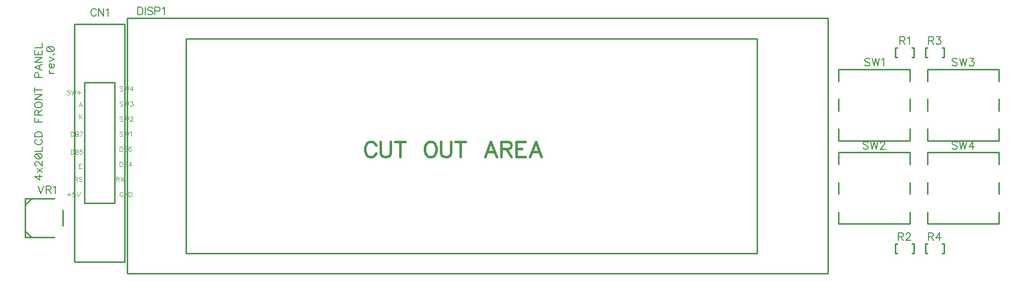
<source format=gto>
G04 DipTrace 3.0.0.2*
G04 FrontPanel(LCD4x20).GTO*
%MOMM*%
G04 #@! TF.FileFunction,Legend,Top*
G04 #@! TF.Part,Single*
%ADD10C,0.25*%
%ADD36C,0.19608*%
%ADD37C,0.39216*%
%ADD38C,0.11765*%
%FSLAX35Y35*%
G04*
G71*
G90*
G75*
G01*
G04 TopSilk*
%LPD*%
X902000Y-488872D2*
D10*
X1752000D1*
Y-4489128D1*
X902000D1*
Y-488872D1*
X1073020Y-1473128D2*
X1580980D1*
Y-3504872D1*
X1073020D1*
Y-1473128D1*
X1796000Y-388000D2*
X13596000D1*
Y-4688000D1*
X1796000D1*
Y-388000D1*
X2786020Y-728130D2*
X12406560D1*
Y-4347870D1*
X2786020D1*
Y-728130D1*
X15048137Y-1048000D2*
Y-888000D1*
X14728157Y-1048000D2*
Y-888000D1*
X15048137Y-1048000D2*
X15008139D1*
X14768122D2*
X14728157D1*
X14768122Y-888000D2*
X14728157D1*
X15048137D2*
X15008139D1*
X15048137Y-4350000D2*
Y-4190000D1*
X14728157Y-4350000D2*
Y-4190000D1*
X15048137Y-4350000D2*
X15008139D1*
X14768122D2*
X14728157D1*
X14768122Y-4190000D2*
X14728157D1*
X15048137D2*
X15008139D1*
X15556137Y-1048000D2*
Y-888000D1*
X15236157Y-1048000D2*
Y-888000D1*
X15556137Y-1048000D2*
X15516139D1*
X15276122D2*
X15236157D1*
X15276122Y-888000D2*
X15236157D1*
X15556137D2*
X15516139D1*
X15556137Y-4350000D2*
Y-4190000D1*
X15236157Y-4350000D2*
Y-4190000D1*
X15556137Y-4350000D2*
X15516139D1*
X15276122D2*
X15236157D1*
X15276122Y-4190000D2*
X15236157D1*
X15556137D2*
X15516139D1*
X13774990Y-2450000D2*
X14975010D1*
Y-1250000D2*
X13774990D1*
Y-2249960D2*
Y-2450000D1*
Y-1450040D2*
Y-1250000D1*
X14975010Y-2249960D2*
Y-2450000D1*
Y-1250000D2*
Y-1450040D1*
Y-1949960D2*
Y-1750040D1*
X13774990Y-1949960D2*
Y-1750040D1*
Y-3850000D2*
X14975010D1*
Y-2650000D2*
X13774990D1*
Y-3649960D2*
Y-3850000D1*
Y-2850040D2*
Y-2650000D1*
X14975010Y-3649960D2*
Y-3850000D1*
Y-2650000D2*
Y-2850040D1*
Y-3349960D2*
Y-3150040D1*
X13774990Y-3349960D2*
Y-3150040D1*
X15274990Y-2450000D2*
X16475010D1*
Y-1250000D2*
X15274990D1*
Y-2249960D2*
Y-2450000D1*
Y-1450040D2*
Y-1250000D1*
X16475010Y-2249960D2*
Y-2450000D1*
Y-1250000D2*
Y-1450040D1*
Y-1949960D2*
Y-1750040D1*
X15274990Y-1949960D2*
Y-1750040D1*
Y-3850000D2*
X16475010D1*
Y-2650000D2*
X15274990D1*
Y-3649960D2*
Y-3850000D1*
Y-2850040D2*
Y-2650000D1*
X16475010Y-3649960D2*
Y-3850000D1*
Y-2650000D2*
Y-2850040D1*
Y-3349960D2*
Y-3150040D1*
X15274990Y-3349960D2*
Y-3150040D1*
X75000Y-3424990D2*
X562490D1*
X75000D2*
Y-4075010D1*
X562490D1*
X712493Y-3879990D2*
Y-3620010D1*
X75000Y-3977500D2*
X187520Y-4075010D1*
X75000Y-3522500D2*
X187520Y-3424990D1*
X1275571Y-253336D2*
D36*
X1269534Y-241263D1*
X1257321Y-229050D1*
X1245248Y-223013D1*
X1220961D1*
X1208748Y-229050D1*
X1196675Y-241263D1*
X1190498Y-253336D1*
X1184461Y-271586D1*
Y-302050D1*
X1190498Y-320160D1*
X1196675Y-332373D1*
X1208748Y-344446D1*
X1220961Y-350623D1*
X1245248D1*
X1257321Y-344446D1*
X1269534Y-332373D1*
X1275571Y-320160D1*
X1399860Y-223013D2*
Y-350623D1*
X1314787Y-223013D1*
Y-350623D1*
X1439075Y-247440D2*
X1451289Y-241263D1*
X1469539Y-223154D1*
Y-350623D1*
X1974727Y-202013D2*
Y-329623D1*
X2017264D1*
X2035514Y-323446D1*
X2047727Y-311373D1*
X2053764Y-299160D1*
X2059800Y-281050D1*
Y-250586D1*
X2053764Y-232336D1*
X2047727Y-220263D1*
X2035514Y-208050D1*
X2017264Y-202013D1*
X1974727D1*
X2099016D2*
Y-329623D1*
X2223305Y-220263D2*
X2211232Y-208050D1*
X2192982Y-202013D1*
X2168695D1*
X2150445Y-208050D1*
X2138232Y-220263D1*
Y-232336D1*
X2144409Y-244550D1*
X2150445Y-250586D1*
X2162518Y-256623D1*
X2199018Y-268836D1*
X2211232Y-274873D1*
X2217268Y-281050D1*
X2223305Y-293123D1*
Y-311373D1*
X2211232Y-323446D1*
X2192982Y-329623D1*
X2168695D1*
X2150445Y-323446D1*
X2138232Y-311373D1*
X2262520Y-268836D2*
X2317270D1*
X2335380Y-262800D1*
X2341557Y-256623D1*
X2347594Y-244550D1*
Y-226300D1*
X2341557Y-214227D1*
X2335380Y-208050D1*
X2317270Y-202013D1*
X2262520D1*
Y-329623D1*
X2386809Y-226440D2*
X2399023Y-220263D1*
X2417273Y-202154D1*
Y-329623D1*
X14810771Y-762800D2*
X14865380D1*
X14883630Y-756623D1*
X14889807Y-750586D1*
X14895844Y-738513D1*
Y-726300D1*
X14889807Y-714227D1*
X14883630Y-708050D1*
X14865380Y-702013D1*
X14810771D1*
Y-829623D1*
X14853307Y-762800D2*
X14895844Y-829623D1*
X14935059Y-726440D2*
X14947273Y-720263D1*
X14965523Y-702154D1*
Y-829623D1*
X14783466Y-4064800D2*
X14838075D1*
X14856325Y-4058623D1*
X14862502Y-4052586D1*
X14868539Y-4040513D1*
Y-4028300D1*
X14862502Y-4016227D1*
X14856325Y-4010050D1*
X14838075Y-4004013D1*
X14783466D1*
Y-4131623D1*
X14826002Y-4064800D2*
X14868539Y-4131623D1*
X14913931Y-4034477D2*
Y-4028440D1*
X14919968Y-4016227D1*
X14926005Y-4010190D1*
X14938218Y-4004154D1*
X14962505D1*
X14974578Y-4010190D1*
X14980614Y-4016227D1*
X14986791Y-4028440D1*
Y-4040513D1*
X14980614Y-4052727D1*
X14968541Y-4070836D1*
X14907755Y-4131623D1*
X14992828D1*
X15291466Y-762800D2*
X15346075D1*
X15364325Y-756623D1*
X15370502Y-750586D1*
X15376539Y-738513D1*
Y-726300D1*
X15370502Y-714227D1*
X15364325Y-708050D1*
X15346075Y-702013D1*
X15291466D1*
Y-829623D1*
X15334002Y-762800D2*
X15376539Y-829623D1*
X15427968Y-702154D2*
X15494651D1*
X15458291Y-750727D1*
X15476541D1*
X15488614Y-756763D1*
X15494651Y-762800D1*
X15500828Y-781050D1*
Y-793123D1*
X15494651Y-811373D1*
X15482578Y-823586D1*
X15464328Y-829623D1*
X15446078D1*
X15427968Y-823586D1*
X15421931Y-817410D1*
X15415755Y-805336D1*
X15288447Y-4064800D2*
X15343057D1*
X15361307Y-4058623D1*
X15367484Y-4052586D1*
X15373521Y-4040513D1*
Y-4028300D1*
X15367484Y-4016227D1*
X15361307Y-4010050D1*
X15343057Y-4004013D1*
X15288447D1*
Y-4131623D1*
X15330984Y-4064800D2*
X15373521Y-4131623D1*
X15473523D2*
Y-4004154D1*
X15412736Y-4089086D1*
X15503846D1*
X14302303Y-1082263D2*
X14290230Y-1070050D1*
X14271980Y-1064013D1*
X14247693D1*
X14229443Y-1070050D1*
X14217230Y-1082263D1*
Y-1094336D1*
X14223406Y-1106550D1*
X14229443Y-1112586D1*
X14241516Y-1118623D1*
X14278016Y-1130836D1*
X14290230Y-1136873D1*
X14296266Y-1143050D1*
X14302303Y-1155123D1*
Y-1173373D1*
X14290230Y-1185446D1*
X14271980Y-1191623D1*
X14247693D1*
X14229443Y-1185446D1*
X14217230Y-1173373D1*
X14341518Y-1064013D2*
X14371982Y-1191623D1*
X14402305Y-1064013D1*
X14432628Y-1191623D1*
X14463091Y-1064013D1*
X14502307Y-1088440D2*
X14514520Y-1082263D1*
X14532770Y-1064154D1*
Y-1191623D1*
X14274998Y-2482263D2*
X14262925Y-2470050D1*
X14244675Y-2464013D1*
X14220388D1*
X14202138Y-2470050D1*
X14189925Y-2482263D1*
Y-2494336D1*
X14196102Y-2506550D1*
X14202138Y-2512586D1*
X14214211Y-2518623D1*
X14250711Y-2530836D1*
X14262925Y-2536873D1*
X14268961Y-2543050D1*
X14274998Y-2555123D1*
Y-2573373D1*
X14262925Y-2585446D1*
X14244675Y-2591623D1*
X14220388D1*
X14202138Y-2585446D1*
X14189925Y-2573373D1*
X14314213Y-2464013D2*
X14344677Y-2591623D1*
X14375000Y-2464013D1*
X14405323Y-2591623D1*
X14435787Y-2464013D1*
X14481179Y-2494477D2*
Y-2488440D1*
X14487216Y-2476227D1*
X14493252Y-2470190D1*
X14505466Y-2464154D1*
X14529752D1*
X14541825Y-2470190D1*
X14547862Y-2476227D1*
X14554039Y-2488440D1*
Y-2500513D1*
X14547862Y-2512727D1*
X14535789Y-2530836D1*
X14475002Y-2591623D1*
X14560075D1*
X15774998Y-1082263D2*
X15762925Y-1070050D1*
X15744675Y-1064013D1*
X15720388D1*
X15702138Y-1070050D1*
X15689925Y-1082263D1*
Y-1094336D1*
X15696102Y-1106550D1*
X15702138Y-1112586D1*
X15714211Y-1118623D1*
X15750711Y-1130836D1*
X15762925Y-1136873D1*
X15768961Y-1143050D1*
X15774998Y-1155123D1*
Y-1173373D1*
X15762925Y-1185446D1*
X15744675Y-1191623D1*
X15720388D1*
X15702138Y-1185446D1*
X15689925Y-1173373D1*
X15814213Y-1064013D2*
X15844677Y-1191623D1*
X15875000Y-1064013D1*
X15905323Y-1191623D1*
X15935787Y-1064013D1*
X15987216Y-1064154D2*
X16053898D1*
X16017539Y-1112727D1*
X16035789D1*
X16047862Y-1118763D1*
X16053898Y-1124800D1*
X16060075Y-1143050D1*
Y-1155123D1*
X16053898Y-1173373D1*
X16041825Y-1185586D1*
X16023575Y-1191623D1*
X16005325D1*
X15987216Y-1185586D1*
X15981179Y-1179410D1*
X15975002Y-1167336D1*
X15771980Y-2482263D2*
X15759906Y-2470050D1*
X15741656Y-2464013D1*
X15717370D1*
X15699120Y-2470050D1*
X15686906Y-2482263D1*
Y-2494336D1*
X15693083Y-2506550D1*
X15699120Y-2512586D1*
X15711193Y-2518623D1*
X15747693Y-2530836D1*
X15759906Y-2536873D1*
X15765943Y-2543050D1*
X15771980Y-2555123D1*
Y-2573373D1*
X15759906Y-2585446D1*
X15741656Y-2591623D1*
X15717370D1*
X15699120Y-2585446D1*
X15686906Y-2573373D1*
X15811195Y-2464013D2*
X15841659Y-2591623D1*
X15871982Y-2464013D1*
X15902305Y-2591623D1*
X15932768Y-2464013D1*
X16032770Y-2591623D2*
Y-2464154D1*
X15971984Y-2549086D1*
X16063094D1*
X291943Y-3214013D2*
X340516Y-3341623D1*
X389089Y-3214013D1*
X428305Y-3274800D2*
X482914D1*
X501164Y-3268623D1*
X507341Y-3262586D1*
X513378Y-3250513D1*
Y-3238300D1*
X507341Y-3226227D1*
X501164Y-3220050D1*
X482914Y-3214013D1*
X428305D1*
Y-3341623D1*
X470841Y-3274800D2*
X513378Y-3341623D1*
X552594Y-3238440D2*
X564807Y-3232263D1*
X583057Y-3214154D1*
Y-3341623D1*
X364722Y-3052509D2*
X237252D1*
X322185Y-3113296D1*
Y-3022186D1*
X279648Y-2982971D2*
X364721Y-2916148D1*
X279648D2*
X364721Y-2982971D1*
X267575Y-2870755D2*
X261539D1*
X249325Y-2864718D1*
X243289Y-2858682D1*
X237252Y-2846468D1*
Y-2822182D1*
X243289Y-2810109D1*
X249325Y-2804072D1*
X261539Y-2797895D1*
X273612D1*
X285825Y-2804072D1*
X303935Y-2816145D1*
X364721Y-2876932D1*
Y-2791859D1*
X237252Y-2716143D2*
X243289Y-2734393D1*
X261539Y-2746607D1*
X291862Y-2752643D1*
X310112D1*
X340435Y-2746607D1*
X358685Y-2734393D1*
X364721Y-2716143D1*
Y-2704070D1*
X358685Y-2685820D1*
X340435Y-2673747D1*
X310112Y-2667570D1*
X291862D1*
X261539Y-2673747D1*
X243289Y-2685820D1*
X237252Y-2704070D1*
Y-2716143D1*
X261539Y-2673747D2*
X340435Y-2746607D1*
X237112Y-2628354D2*
X364721D1*
Y-2555495D1*
X267435Y-2425170D2*
X255362Y-2431206D1*
X243148Y-2443420D1*
X237112Y-2455493D1*
Y-2479779D1*
X243148Y-2491993D1*
X255362Y-2504066D1*
X267435Y-2510243D1*
X285685Y-2516279D1*
X316148D1*
X334258Y-2510243D1*
X346471Y-2504066D1*
X358544Y-2491993D1*
X364721Y-2479779D1*
Y-2455493D1*
X358544Y-2443420D1*
X346471Y-2431206D1*
X334258Y-2425170D1*
X237112Y-2385954D2*
X364721D1*
Y-2343417D1*
X358544Y-2325167D1*
X346471Y-2312954D1*
X334258Y-2306917D1*
X316148Y-2300881D1*
X285685D1*
X267435Y-2306917D1*
X255362Y-2312954D1*
X243148Y-2325167D1*
X237112Y-2343417D1*
Y-2385954D1*
Y-2059182D2*
Y-2138219D1*
X364721D1*
X297898D2*
Y-2089646D1*
Y-2019966D2*
Y-1965357D1*
X291721Y-1947107D1*
X285685Y-1940930D1*
X273612Y-1934893D1*
X261398D1*
X249325Y-1940930D1*
X243148Y-1947107D1*
X237112Y-1965357D1*
Y-2019966D1*
X364721D1*
X297898Y-1977430D2*
X364721Y-1934893D1*
X237112Y-1859178D2*
X243148Y-1871391D1*
X255362Y-1883464D1*
X267435Y-1889641D1*
X285685Y-1895678D1*
X316148D1*
X334258Y-1889641D1*
X346471Y-1883464D1*
X358544Y-1871391D1*
X364721Y-1859178D1*
Y-1834891D1*
X358544Y-1822818D1*
X346471Y-1810605D1*
X334258Y-1804568D1*
X316148Y-1798532D1*
X285685D1*
X267435Y-1804568D1*
X255362Y-1810605D1*
X243148Y-1822818D1*
X237112Y-1834891D1*
Y-1859178D1*
Y-1674243D2*
X364721D1*
X237112Y-1759316D1*
X364721D1*
X237112Y-1592491D2*
X364721D1*
X237112Y-1635027D2*
Y-1549954D1*
X303935Y-1387292D2*
Y-1332542D1*
X297898Y-1314432D1*
X291721Y-1308255D1*
X279648Y-1302219D1*
X261398D1*
X249325Y-1308255D1*
X243148Y-1314432D1*
X237112Y-1332542D1*
Y-1387292D1*
X364721D1*
Y-1165717D2*
X237112Y-1214430D1*
X364721Y-1263003D1*
X322185Y-1244753D2*
Y-1183967D1*
X237112Y-1041428D2*
X364721D1*
X237112Y-1126501D1*
X364721D1*
X237112Y-923316D2*
Y-1002212D1*
X364721D1*
Y-923316D1*
X297898Y-1002212D2*
Y-953639D1*
X237112Y-884100D2*
X364721D1*
Y-811241D1*
X479648Y-1313296D2*
X564721D1*
X516148D2*
X497898Y-1307119D1*
X485685Y-1295046D1*
X479648Y-1282832D1*
Y-1264582D1*
X516148Y-1225367D2*
Y-1152507D1*
X503935D1*
X491722Y-1158544D1*
X485685Y-1164580D1*
X479648Y-1176794D1*
Y-1195044D1*
X485685Y-1207117D1*
X497898Y-1219330D1*
X516148Y-1225367D1*
X528222D1*
X546472Y-1219330D1*
X558545Y-1207117D1*
X564721Y-1195044D1*
Y-1176794D1*
X558545Y-1164580D1*
X546471Y-1152507D1*
X479648Y-1113292D2*
X564721Y-1076792D1*
X479648Y-1040432D1*
X552508Y-995180D2*
X558685Y-1001216D1*
X564721Y-995180D1*
X558685Y-989003D1*
X552508Y-995180D1*
X437252Y-913287D2*
X443289Y-931537D1*
X461539Y-943751D1*
X491862Y-949787D1*
X510112D1*
X540435Y-943751D1*
X558685Y-931537D1*
X564721Y-913287D1*
Y-901214D1*
X558685Y-882964D1*
X540435Y-870891D1*
X510112Y-864714D1*
X491862D1*
X461539Y-870891D1*
X443289Y-882964D1*
X437252Y-901214D1*
Y-913287D1*
X461539Y-870891D2*
X540435Y-943751D1*
X5982220Y-2527190D2*
D37*
X5970147Y-2503043D1*
X5945720Y-2478617D1*
X5921574Y-2466543D1*
X5873001D1*
X5848574Y-2478617D1*
X5824428Y-2503043D1*
X5812074Y-2527190D1*
X5800001Y-2563690D1*
Y-2624617D1*
X5812074Y-2660836D1*
X5824428Y-2685263D1*
X5848574Y-2709409D1*
X5873001Y-2721763D1*
X5921574D1*
X5945720Y-2709409D1*
X5970147Y-2685263D1*
X5982220Y-2660836D1*
X6060652Y-2466543D2*
Y-2648763D1*
X6072725Y-2685263D1*
X6097152Y-2709409D1*
X6133652Y-2721763D1*
X6157798D1*
X6194298Y-2709409D1*
X6218725Y-2685263D1*
X6230798Y-2648763D1*
Y-2466543D1*
X6394302D2*
Y-2721763D1*
X6309229Y-2466543D2*
X6479375D1*
X6877700D2*
X6853273Y-2478617D1*
X6829127Y-2503043D1*
X6816773Y-2527190D1*
X6804700Y-2563690D1*
Y-2624617D1*
X6816773Y-2660836D1*
X6829127Y-2685263D1*
X6853273Y-2709409D1*
X6877700Y-2721763D1*
X6926273D1*
X6950419Y-2709409D1*
X6974846Y-2685263D1*
X6986919Y-2660836D1*
X6998992Y-2624617D1*
Y-2563690D1*
X6986919Y-2527190D1*
X6974846Y-2503043D1*
X6950419Y-2478617D1*
X6926273Y-2466543D1*
X6877700D1*
X7077423D2*
Y-2648763D1*
X7089497Y-2685263D1*
X7113923Y-2709409D1*
X7150423Y-2721763D1*
X7174570D1*
X7211070Y-2709409D1*
X7235497Y-2685263D1*
X7247570Y-2648763D1*
Y-2466543D1*
X7411074D2*
Y-2721763D1*
X7326001Y-2466543D2*
X7496147D1*
X8016044Y-2721763D2*
X7918618Y-2466543D1*
X7821471Y-2721763D1*
X7857971Y-2636690D2*
X7979544D1*
X8094476Y-2588117D2*
X8203695D1*
X8240195Y-2575763D1*
X8252549Y-2563690D1*
X8264622Y-2539543D1*
Y-2515117D1*
X8252549Y-2490970D1*
X8240195Y-2478617D1*
X8203695Y-2466543D1*
X8094476D1*
Y-2721763D1*
X8179549Y-2588117D2*
X8264622Y-2721763D1*
X8500846Y-2466543D2*
X8343053D1*
Y-2721763D1*
X8500846D1*
X8343053Y-2588117D2*
X8440200D1*
X8773850Y-2721763D2*
X8676423Y-2466543D1*
X8579277Y-2721763D1*
X8615777Y-2636690D2*
X8737350D1*
X5982220Y-2527190D2*
X5970147Y-2503043D1*
X5945720Y-2478617D1*
X5921574Y-2466543D1*
X5873001D1*
X5848574Y-2478617D1*
X5824428Y-2503043D1*
X5812074Y-2527190D1*
X5800001Y-2563690D1*
Y-2624617D1*
X5812074Y-2660836D1*
X5824428Y-2685263D1*
X5848574Y-2709409D1*
X5873001Y-2721763D1*
X5921574D1*
X5945720Y-2709409D1*
X5970147Y-2685263D1*
X5982220Y-2660836D1*
X6060652Y-2466543D2*
Y-2648763D1*
X6072725Y-2685263D1*
X6097152Y-2709409D1*
X6133652Y-2721763D1*
X6157798D1*
X6194298Y-2709409D1*
X6218725Y-2685263D1*
X6230798Y-2648763D1*
Y-2466543D1*
X6394302D2*
Y-2721763D1*
X6309229Y-2466543D2*
X6479375D1*
X6877700D2*
X6853273Y-2478617D1*
X6829127Y-2503043D1*
X6816773Y-2527190D1*
X6804700Y-2563690D1*
Y-2624617D1*
X6816773Y-2660836D1*
X6829127Y-2685263D1*
X6853273Y-2709409D1*
X6877700Y-2721763D1*
X6926273D1*
X6950419Y-2709409D1*
X6974846Y-2685263D1*
X6986919Y-2660836D1*
X6998992Y-2624617D1*
Y-2563690D1*
X6986919Y-2527190D1*
X6974846Y-2503043D1*
X6950419Y-2478617D1*
X6926273Y-2466543D1*
X6877700D1*
X7077423D2*
Y-2648763D1*
X7089497Y-2685263D1*
X7113923Y-2709409D1*
X7150423Y-2721763D1*
X7174570D1*
X7211070Y-2709409D1*
X7235497Y-2685263D1*
X7247570Y-2648763D1*
Y-2466543D1*
X7411074D2*
Y-2721763D1*
X7326001Y-2466543D2*
X7496147D1*
X8016044Y-2721763D2*
X7918618Y-2466543D1*
X7821471Y-2721763D1*
X7857971Y-2636690D2*
X7979544D1*
X8094476Y-2588117D2*
X8203695D1*
X8240195Y-2575763D1*
X8252549Y-2563690D1*
X8264622Y-2539543D1*
Y-2515117D1*
X8252549Y-2490970D1*
X8240195Y-2478617D1*
X8203695Y-2466543D1*
X8094476D1*
Y-2721763D1*
X8179549Y-2588117D2*
X8264622Y-2721763D1*
X8500846Y-2466543D2*
X8343053D1*
Y-2721763D1*
X8500846D1*
X8343053Y-2588117D2*
X8440200D1*
X8773850Y-2721763D2*
X8676423Y-2466543D1*
X8579277Y-2721763D1*
X8615777Y-2636690D2*
X8737350D1*
X831400Y-1611268D2*
D38*
X824156Y-1603940D1*
X813206Y-1600318D1*
X798634D1*
X787684Y-1603940D1*
X780356Y-1611268D1*
Y-1618512D1*
X784062Y-1625840D1*
X787684Y-1629462D1*
X794928Y-1633084D1*
X816828Y-1640412D1*
X824156Y-1644034D1*
X827778Y-1647740D1*
X831400Y-1654984D1*
Y-1665934D1*
X824156Y-1673178D1*
X813206Y-1676884D1*
X798634D1*
X787684Y-1673178D1*
X780356Y-1665934D1*
X854929Y-1600318D2*
X873207Y-1676884D1*
X891401Y-1600318D1*
X909595Y-1676884D1*
X927873Y-1600318D1*
X984168Y-1605835D2*
Y-1671451D1*
X951402Y-1638685D2*
X1017018D1*
X1038728Y-1876884D2*
X1009500Y-1800318D1*
X980356Y-1876884D1*
X991306Y-1851362D2*
X1027778D1*
X980356Y-2000318D2*
Y-2076884D1*
X1031400Y-2000318D2*
X980356Y-2051362D1*
X998550Y-2033084D2*
X1031400Y-2076884D1*
X843856Y-2300318D2*
Y-2376884D1*
X869378D1*
X880328Y-2373178D1*
X887656Y-2365934D1*
X891278Y-2358606D1*
X894900Y-2347740D1*
Y-2329462D1*
X891278Y-2318512D1*
X887656Y-2311268D1*
X880328Y-2303940D1*
X869378Y-2300318D1*
X843856D1*
X918429D2*
Y-2376884D1*
X951279D1*
X962229Y-2373178D1*
X965851Y-2369556D1*
X969473Y-2362312D1*
Y-2351362D1*
X965851Y-2344034D1*
X962229Y-2340412D1*
X951279Y-2336790D1*
X962229Y-2333084D1*
X965851Y-2329462D1*
X969473Y-2322218D1*
Y-2314890D1*
X965851Y-2307646D1*
X962229Y-2303940D1*
X951279Y-2300318D1*
X918429D1*
Y-2336790D2*
X951279D1*
X1007574Y-2376884D2*
X1044046Y-2300403D1*
X993002D1*
X843856Y-2600318D2*
Y-2676884D1*
X869378D1*
X880328Y-2673178D1*
X887656Y-2665934D1*
X891278Y-2658606D1*
X894900Y-2647740D1*
Y-2629462D1*
X891278Y-2618512D1*
X887656Y-2611268D1*
X880328Y-2603940D1*
X869378Y-2600318D1*
X843856D1*
X918429D2*
Y-2676884D1*
X951279D1*
X962229Y-2673178D1*
X965851Y-2669556D1*
X969473Y-2662312D1*
Y-2651362D1*
X965851Y-2644034D1*
X962229Y-2640412D1*
X951279Y-2636790D1*
X962229Y-2633084D1*
X965851Y-2629462D1*
X969473Y-2622218D1*
Y-2614890D1*
X965851Y-2607646D1*
X962229Y-2603940D1*
X951279Y-2600318D1*
X918429D1*
Y-2636790D2*
X951279D1*
X1036718Y-2600403D2*
X1000330D1*
X996708Y-2633168D1*
X1000330Y-2629546D1*
X1011280Y-2625840D1*
X1022146D1*
X1033096Y-2629546D1*
X1040424Y-2636790D1*
X1044046Y-2647740D1*
Y-2654984D1*
X1040424Y-2665934D1*
X1033096Y-2673262D1*
X1022146Y-2676884D1*
X1011280D1*
X1000330Y-2673262D1*
X996708Y-2669556D1*
X993002Y-2662312D1*
X1027693Y-2836818D2*
X980356D1*
Y-2913384D1*
X1027693D1*
X980356Y-2873290D2*
X1009500D1*
X907356Y-3098790D2*
X940121D1*
X951071Y-3095084D1*
X954778Y-3091462D1*
X958400Y-3084218D1*
Y-3076890D1*
X954778Y-3069646D1*
X951071Y-3065940D1*
X940121Y-3062318D1*
X907356D1*
Y-3138884D1*
X932878Y-3098790D2*
X958400Y-3138884D1*
X1032973Y-3073268D2*
X1025729Y-3065940D1*
X1014779Y-3062318D1*
X1000207D1*
X989257Y-3065940D1*
X981929Y-3073268D1*
Y-3080512D1*
X985635Y-3087840D1*
X989257Y-3091462D1*
X996501Y-3095084D1*
X1018401Y-3102412D1*
X1025729Y-3106034D1*
X1029351Y-3109740D1*
X1032973Y-3116984D1*
Y-3127934D1*
X1025729Y-3135178D1*
X1014779Y-3138884D1*
X1000207D1*
X989257Y-3135178D1*
X981929Y-3127934D1*
X813121Y-3320335D2*
Y-3385951D1*
X780356Y-3353185D2*
X845971D1*
X913217Y-3314903D2*
X876829D1*
X873207Y-3347668D1*
X876829Y-3344046D1*
X887779Y-3340340D1*
X898645D1*
X909595Y-3344046D1*
X916923Y-3351290D1*
X920545Y-3362240D1*
Y-3369484D1*
X916923Y-3380434D1*
X909595Y-3387762D1*
X898645Y-3391384D1*
X887779D1*
X876829Y-3387762D1*
X873207Y-3384056D1*
X869501Y-3376812D1*
X944074Y-3314818D2*
X973218Y-3391384D1*
X1002362Y-3314818D1*
X1720400Y-1547768D2*
X1713156Y-1540440D1*
X1702206Y-1536818D1*
X1687634D1*
X1676684Y-1540440D1*
X1669356Y-1547768D1*
Y-1555012D1*
X1673062Y-1562340D1*
X1676684Y-1565962D1*
X1683928Y-1569584D1*
X1705828Y-1576912D1*
X1713156Y-1580534D1*
X1716778Y-1584240D1*
X1720400Y-1591484D1*
Y-1602434D1*
X1713156Y-1609678D1*
X1702206Y-1613384D1*
X1687634D1*
X1676684Y-1609678D1*
X1669356Y-1602434D1*
X1743929Y-1536818D2*
X1762207Y-1613384D1*
X1780401Y-1536818D1*
X1798595Y-1613384D1*
X1816873Y-1536818D1*
X1876874Y-1613384D2*
Y-1536903D1*
X1840402Y-1587862D1*
X1895068D1*
X1720400Y-1801768D2*
X1713156Y-1794440D1*
X1702206Y-1790818D1*
X1687634D1*
X1676684Y-1794440D1*
X1669356Y-1801768D1*
Y-1809012D1*
X1673062Y-1816340D1*
X1676684Y-1819962D1*
X1683928Y-1823584D1*
X1705828Y-1830912D1*
X1713156Y-1834534D1*
X1716778Y-1838240D1*
X1720400Y-1845484D1*
Y-1856434D1*
X1713156Y-1863678D1*
X1702206Y-1867384D1*
X1687634D1*
X1676684Y-1863678D1*
X1669356Y-1856434D1*
X1743929Y-1790818D2*
X1762207Y-1867384D1*
X1780401Y-1790818D1*
X1798595Y-1867384D1*
X1816873Y-1790818D1*
X1847730Y-1790903D2*
X1887740D1*
X1865924Y-1820046D1*
X1876874D1*
X1884118Y-1823668D1*
X1887740Y-1827290D1*
X1891446Y-1838240D1*
Y-1845484D1*
X1887740Y-1856434D1*
X1880496Y-1863762D1*
X1869546Y-1867384D1*
X1858596D1*
X1847730Y-1863762D1*
X1844108Y-1860056D1*
X1840402Y-1852812D1*
X1720400Y-2055768D2*
X1713156Y-2048440D1*
X1702206Y-2044818D1*
X1687634D1*
X1676684Y-2048440D1*
X1669356Y-2055768D1*
Y-2063012D1*
X1673062Y-2070340D1*
X1676684Y-2073962D1*
X1683928Y-2077584D1*
X1705828Y-2084912D1*
X1713156Y-2088534D1*
X1716778Y-2092240D1*
X1720400Y-2099484D1*
Y-2110434D1*
X1713156Y-2117678D1*
X1702206Y-2121384D1*
X1687634D1*
X1676684Y-2117678D1*
X1669356Y-2110434D1*
X1743929Y-2044818D2*
X1762207Y-2121384D1*
X1780401Y-2044818D1*
X1798595Y-2121384D1*
X1816873Y-2044818D1*
X1844108Y-2063096D2*
Y-2059475D1*
X1847730Y-2052146D1*
X1851352Y-2048525D1*
X1858680Y-2044903D1*
X1873252D1*
X1880496Y-2048525D1*
X1884118Y-2052146D1*
X1887824Y-2059475D1*
Y-2066718D1*
X1884118Y-2074046D1*
X1876874Y-2084912D1*
X1840402Y-2121384D1*
X1891446D1*
X1720400Y-2309768D2*
X1713156Y-2302440D1*
X1702206Y-2298818D1*
X1687634D1*
X1676684Y-2302440D1*
X1669356Y-2309768D1*
Y-2317012D1*
X1673062Y-2324340D1*
X1676684Y-2327962D1*
X1683928Y-2331584D1*
X1705828Y-2338912D1*
X1713156Y-2342534D1*
X1716778Y-2346240D1*
X1720400Y-2353484D1*
Y-2364434D1*
X1713156Y-2371678D1*
X1702206Y-2375384D1*
X1687634D1*
X1676684Y-2371678D1*
X1669356Y-2364434D1*
X1743929Y-2298818D2*
X1762207Y-2375384D1*
X1780401Y-2298818D1*
X1798595Y-2375384D1*
X1816873Y-2298818D1*
X1840402Y-2313475D2*
X1847730Y-2309768D1*
X1858680Y-2298903D1*
Y-2375384D1*
X1669356Y-2552818D2*
Y-2629384D1*
X1694878D1*
X1705828Y-2625678D1*
X1713156Y-2618434D1*
X1716778Y-2611106D1*
X1720400Y-2600240D1*
Y-2581962D1*
X1716778Y-2571012D1*
X1713156Y-2563768D1*
X1705828Y-2556440D1*
X1694878Y-2552818D1*
X1669356D1*
X1743929D2*
Y-2629384D1*
X1776779D1*
X1787729Y-2625678D1*
X1791351Y-2622056D1*
X1794973Y-2614812D1*
Y-2603862D1*
X1791351Y-2596534D1*
X1787729Y-2592912D1*
X1776779Y-2589290D1*
X1787729Y-2585584D1*
X1791351Y-2581962D1*
X1794973Y-2574718D1*
Y-2567390D1*
X1791351Y-2560146D1*
X1787729Y-2556440D1*
X1776779Y-2552818D1*
X1743929D1*
Y-2589290D2*
X1776779D1*
X1862218Y-2563768D2*
X1858596Y-2556525D1*
X1847646Y-2552903D1*
X1840402D1*
X1829452Y-2556525D1*
X1822124Y-2567475D1*
X1818502Y-2585668D1*
Y-2603862D1*
X1822124Y-2618434D1*
X1829452Y-2625762D1*
X1840402Y-2629384D1*
X1844024D1*
X1854890Y-2625762D1*
X1862218Y-2618434D1*
X1865840Y-2607484D1*
Y-2603862D1*
X1862218Y-2592912D1*
X1854890Y-2585668D1*
X1844024Y-2582046D1*
X1840402D1*
X1829452Y-2585668D1*
X1822124Y-2592912D1*
X1818502Y-2603862D1*
X1669356Y-2806818D2*
Y-2883384D1*
X1694878D1*
X1705828Y-2879678D1*
X1713156Y-2872434D1*
X1716778Y-2865106D1*
X1720400Y-2854240D1*
Y-2835962D1*
X1716778Y-2825012D1*
X1713156Y-2817768D1*
X1705828Y-2810440D1*
X1694878Y-2806818D1*
X1669356D1*
X1743929D2*
Y-2883384D1*
X1776779D1*
X1787729Y-2879678D1*
X1791351Y-2876056D1*
X1794973Y-2868812D1*
Y-2857862D1*
X1791351Y-2850534D1*
X1787729Y-2846912D1*
X1776779Y-2843290D1*
X1787729Y-2839584D1*
X1791351Y-2835962D1*
X1794973Y-2828718D1*
Y-2821390D1*
X1791351Y-2814146D1*
X1787729Y-2810440D1*
X1776779Y-2806818D1*
X1743929D1*
Y-2843290D2*
X1776779D1*
X1854974Y-2883384D2*
Y-2806903D1*
X1818502Y-2857862D1*
X1873168D1*
X1605856Y-3097290D2*
X1638621D1*
X1649571Y-3093584D1*
X1653278Y-3089962D1*
X1656900Y-3082718D1*
Y-3075390D1*
X1653278Y-3068146D1*
X1649571Y-3064440D1*
X1638621Y-3060818D1*
X1605856D1*
Y-3137384D1*
X1631378Y-3097290D2*
X1656900Y-3137384D1*
X1680429Y-3060818D2*
X1698707Y-3137384D1*
X1716901Y-3060818D1*
X1735095Y-3137384D1*
X1753373Y-3060818D1*
X1724021Y-3333012D2*
X1720400Y-3325768D1*
X1713071Y-3318440D1*
X1705828Y-3314818D1*
X1691256D1*
X1683928Y-3318440D1*
X1676684Y-3325768D1*
X1672978Y-3333012D1*
X1669356Y-3343962D1*
Y-3362240D1*
X1672978Y-3373106D1*
X1676684Y-3380434D1*
X1683928Y-3387678D1*
X1691256Y-3391384D1*
X1705828D1*
X1713071Y-3387678D1*
X1720400Y-3380434D1*
X1724021Y-3373106D1*
Y-3362240D1*
X1705828D1*
X1798595Y-3314818D2*
Y-3391384D1*
X1747551Y-3314818D1*
Y-3391384D1*
X1822124Y-3314818D2*
Y-3391384D1*
X1847646D1*
X1858596Y-3387678D1*
X1865924Y-3380434D1*
X1869546Y-3373106D1*
X1873168Y-3362240D1*
Y-3343962D1*
X1869546Y-3333012D1*
X1865924Y-3325768D1*
X1858596Y-3318440D1*
X1847646Y-3314818D1*
X1822124D1*
M02*

</source>
